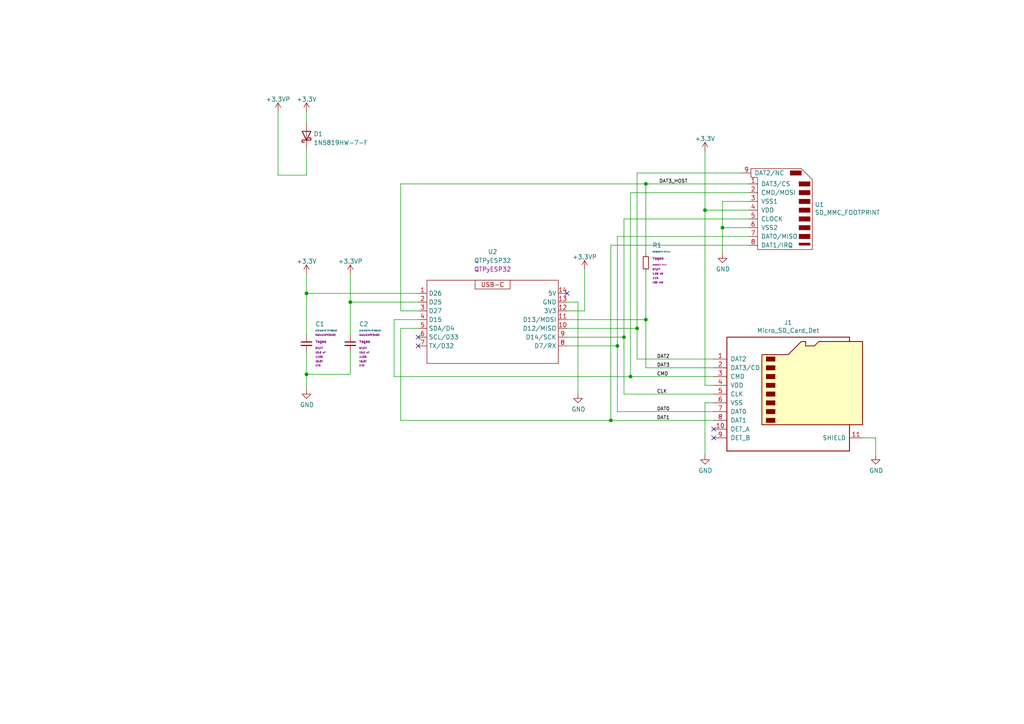
<source format=kicad_sch>
(kicad_sch (version 20211123) (generator eeschema)
  (paper "A4")
  (lib_symbols
    (symbol "Connector:Micro_SD_Card_Det" (pin_names (offset 1.016))
      (property "Reference" "J" (at -16.51 17.78 0))
      (property "Value" "Micro_SD_Card_Det" (at 16.51 17.78 0))
      (symbol "Micro_SD_Card_Det_0_1"
        (rectangle (start -7.62 -6.985) (end -5.08 -8.255) (fill (type outline)))
        (rectangle (start -7.62 -4.445) (end -5.08 -5.715) (fill (type outline)))
        (rectangle (start -7.62 -1.905) (end -5.08 -3.175) (fill (type outline)))
        (rectangle (start -7.62 0.635) (end -5.08 -0.635) (fill (type outline)))
        (rectangle (start -7.62 3.175) (end -5.08 1.905) (fill (type outline)))
        (rectangle (start -7.62 5.715) (end -5.08 4.445) (fill (type outline)))
        (rectangle (start -7.62 8.255) (end -5.08 6.985) (fill (type outline)))
        (rectangle (start -7.62 10.795) (end -5.08 9.525) (fill (type outline)))
        (polyline (pts (xy 16.51 15.24) (xy 16.51 16.51) (xy -19.05 16.51) (xy -19.05 -16.51) (xy 16.51 -16.51) (xy 16.51 -8.89)) (stroke (width 0.254)))
        (polyline (pts (xy -8.89 -8.89) (xy -8.89 11.43) (xy -1.27 11.43) (xy 2.54 15.24) (xy 3.81 15.24) (xy 3.81 13.97) (xy 6.35 13.97) (xy 7.62 15.24) (xy 20.32 15.24) (xy 20.32 -8.89) (xy -8.89 -8.89)) (stroke (width 0.254)) (fill (type background)))
      )
      (symbol "Micro_SD_Card_Det_1_1"
        (pin bidirectional line (at -22.86 10.16 0) (length 3.81) (name "DAT2") (number "1"))
        (pin passive line (at -22.86 -10.16 0) (length 3.81) (name "DET_A") (number "10"))
        (pin passive line (at 20.32 -12.7 180) (length 3.81) (name "SHIELD") (number "11"))
        (pin bidirectional line (at -22.86 7.62 0) (length 3.81) (name "DAT3/CD") (number "2"))
        (pin input line (at -22.86 5.08 0) (length 3.81) (name "CMD") (number "3"))
        (pin power_in line (at -22.86 2.54 0) (length 3.81) (name "VDD") (number "4"))
        (pin input line (at -22.86 0 0) (length 3.81) (name "CLK") (number "5"))
        (pin power_in line (at -22.86 -2.54 0) (length 3.81) (name "VSS") (number "6"))
        (pin bidirectional line (at -22.86 -5.08 0) (length 3.81) (name "DAT0") (number "7"))
        (pin bidirectional line (at -22.86 -7.62 0) (length 3.81) (name "DAT1") (number "8"))
        (pin passive line (at -22.86 -12.7 0) (length 3.81) (name "DET_B") (number "9"))
      )
    )
    (symbol "Diode:1N5818" (pin_numbers hide) (pin_names (offset 1.016) hide)
      (property "Reference" "D" (at 0 2.54 0))
      (property "Value" "1N5818" (at 0 -2.54 0))
      (symbol "1N5818_0_1"
        (polyline (pts (xy 1.27 0) (xy -1.27 0)))
        (polyline (pts (xy 1.27 1.27) (xy 1.27 -1.27) (xy -1.27 0) (xy 1.27 1.27)) (stroke (width 0.254)))
        (polyline (pts (xy -1.905 0.635) (xy -1.905 1.27) (xy -1.27 1.27) (xy -1.27 -1.27) (xy -0.635 -1.27) (xy -0.635 -0.635)) (stroke (width 0.254)))
      )
      (symbol "1N5818_1_1"
        (pin passive line (at -3.81 0 0) (length 2.54) (name "K") (number "1"))
        (pin passive line (at 3.81 0 180) (length 2.54) (name "A") (number "2"))
      )
    )
    (symbol "QTPyESP32_1"
      (property "Reference" "U" (at 19.05 12.7 0))
      (property "Value" "QTPyESP32_1" (at -19.05 12.7 0))
      (property "MPN" "QTPyESP32" (at 0 3.81 0))
      (symbol "QTPyESP32_1_0_0"
        (text "USB-C" (at 0 10.16 0) (effects (font (size 1.27 1.27))))
      )
      (symbol "QTPyESP32_1_0_1"
        (rectangle (start -19.05 11.43) (end 19.05 -12.7) (stroke (width 0.1524)))
        (rectangle (start -5.08 11.43) (end 5.08 8.89) (stroke (width 0.1524)))
      )
      (symbol "QTPyESP32_1_1_1"
        (pin bidirectional line (at -21.59 7.62 0) (length 2.54) (name "D26") (number "1"))
        (pin power_out line (at 21.59 -2.54 180) (length 2.54) (name "D12/MISO") (number "10"))
        (pin power_out line (at 21.59 0 180) (length 2.54) (name "D13/MOSI") (number "11"))
        (pin power_out line (at 21.59 2.54 180) (length 2.54) (name "3V3") (number "12"))
        (pin power_in line (at 21.59 5.08 180) (length 2.54) (name "GND") (number "13"))
        (pin power_in line (at 21.59 7.62 180) (length 2.54) (name "5V") (number "14"))
        (pin bidirectional line (at -21.59 5.08 0) (length 2.54) (name "D25") (number "2"))
        (pin bidirectional line (at -21.59 2.54 0) (length 2.54) (name "D27") (number "3"))
        (pin bidirectional line (at -21.59 0 0) (length 2.54) (name "D15") (number "4"))
        (pin bidirectional line (at -21.59 -2.54 0) (length 2.54) (name "SDA/D4") (number "5"))
        (pin bidirectional line (at -21.59 -5.08 0) (length 2.54) (name "SCL/D33") (number "6"))
        (pin bidirectional line (at -21.59 -7.62 0) (length 2.54) (name "TX/D32") (number "7"))
        (pin power_out line (at 21.59 -7.62 180) (length 2.54) (name "D7/RX") (number "8"))
        (pin power_out line (at 21.59 -5.08 180) (length 2.54) (name "D14/SCK") (number "9"))
      )
    )
    (symbol "cap_smd:CC0402KRX7R7BB103" (pin_numbers hide) (pin_names (offset 0.254) hide)
      (property "Reference" "C" (at 2.032 0.254 0))
      (property "Value" "CC0402KRX7R7BB103" (at 0.508 -1.27 0))
      (property "Footprint" "Main:CAPC0402" (at 3.556 2.032 0))
      (property "Manufacturer" "Yageo" (at -1.016 2.286 0))
      (property "SKU" "STUFF" (at -0.508 -2.286 0))
      (property "C" "10.0 nF" (at -1.016 1.27 0))
      (property "Tol" "±10%" (at -2.032 0.254 0))
      (property "Vmax" "16.0V" (at -2.286 -0.508 0))
      (property "Type" "X7R" (at -0.508 -1.27 0))
      (symbol "CC0402KRX7R7BB103_0_1"
        (polyline (pts (xy -1.524 -0.508) (xy 1.524 -0.508)) (stroke (width 0.3302)))
        (polyline (pts (xy -1.524 0.508) (xy 1.524 0.508)) (stroke (width 0.3048)))
      )
      (symbol "CC0402KRX7R7BB103_1_1"
        (pin passive line (at 0 2.54 270) (length 1.905) (name "~") (number "1"))
        (pin passive line (at 0 -2.54 90) (length 2.032) (name "~") (number "2"))
      )
    )
    (symbol "power:+3.3V" (power) (pin_names (offset 0))
      (property "Value" "+3.3V" (at 0 3.556 0))
      (symbol "+3.3V_0_1"
        (polyline (pts (xy -0.762 1.27) (xy 0 2.54)))
        (polyline (pts (xy 0 0) (xy 0 2.54)))
        (polyline (pts (xy 0 2.54) (xy 0.762 1.27)))
      )
      (symbol "+3.3V_1_1"
        (pin power_in line (at 0 0 90) (length 0) hide (name "+3.3V") (number "1"))
      )
    )
    (symbol "power:+3.3VP" (power) (pin_names (offset 0))
      (property "Value" "+3.3VP" (at 0 2.54 0))
      (symbol "+3.3VP_0_0"
        (pin power_in line (at 0 0 90) (length 0) hide (name "+3.3VP") (number "1"))
      )
      (symbol "+3.3VP_0_1"
        (polyline (pts (xy -0.762 1.27) (xy 0 2.54)))
        (polyline (pts (xy 0 0) (xy 0 2.54)))
        (polyline (pts (xy 0 2.54) (xy 0.762 1.27)))
      )
    )
    (symbol "power:GND" (power) (pin_names (offset 0))
      (property "Value" "GND" (at 0 -3.81 0))
      (symbol "GND_0_1"
        (polyline (pts (xy 0 0) (xy 0 -1.27) (xy 1.27 -1.27) (xy 0 -2.54) (xy -1.27 -1.27) (xy 0 -1.27)))
      )
      (symbol "GND_1_1"
        (pin power_in line (at 0 0 270) (length 0) hide (name "GND") (number "1"))
      )
    )
    (symbol "res_smd:RC0603FR-071KL" (pin_numbers hide) (pin_names (offset 0.254) hide)
      (property "Reference" "R" (at 0.762 0.508 0))
      (property "Value" "RC0603FR-071KL" (at 1.016 -1.016 0))
      (property "Manufacturer" "Yageo" (at -1.27 2.032 0))
      (property "MPN" "RC0603FR-071KL" (at -1.27 1.016 0))
      (property "SKU" "STUFF" (at -1.27 -2.286 0))
      (property "Res" "1.00 kΩ" (at -1.27 0.254 0))
      (property "Tol" "±1%" (at -1.27 -0.508 0))
      (property "Pwr" "100 mW" (at -1.27 -1.27 0))
      (symbol "RC0603FR-071KL_0_1"
        (rectangle (start -0.762 1.778) (end 0.762 -1.778) (stroke (width 0.2032)))
      )
      (symbol "RC0603FR-071KL_1_1"
        (pin passive line (at 0 2.54 270) (length 0.762) (name "~") (number "1"))
        (pin passive line (at 0 -2.54 90) (length 0.762) (name "~") (number "2"))
      )
    )
    (symbol "systems:SD_MMC_FOOTPRINT" (pin_names (offset 1.016))
      (property "Reference" "U" (at 11.43 -12.7 0))
      (property "Value" "SD_MMC_FOOTPRINT" (at 5.715 13.97 0))
      (symbol "SD_MMC_FOOTPRINT_0_1"
        (polyline (pts (xy -1.905 12.065) (xy -1.905 9.525) (xy 0 9.525) (xy 0 -11.43) (xy 15.875 -11.43) (xy 15.875 8.89) (xy 12.7 12.065) (xy -1.905 12.065)))
        (rectangle (start 9.525 11.43) (end 12.7 10.16) (fill (type outline)))
        (rectangle (start 12.065 -9.525) (end 15.24 -10.16) (fill (type outline)))
        (rectangle (start 12.065 -6.985) (end 15.24 -8.255) (fill (type outline)))
        (rectangle (start 12.065 -4.445) (end 15.24 -5.715) (fill (type outline)))
        (rectangle (start 12.065 -1.905) (end 15.24 -3.175) (fill (type outline)))
        (rectangle (start 12.065 0.635) (end 15.24 -0.635) (fill (type outline)))
        (rectangle (start 12.065 3.175) (end 15.24 1.905) (fill (type outline)))
        (rectangle (start 12.065 5.715) (end 15.24 4.445) (fill (type outline)))
        (rectangle (start 12.065 8.255) (end 15.24 6.985) (fill (type outline)))
      )
      (symbol "SD_MMC_FOOTPRINT_1_1"
        (pin bidirectional line (at -2.54 7.62 0) (length 2.54) (name "DAT3/CS") (number "1"))
        (pin input line (at -2.54 5.08 0) (length 2.54) (name "CMD/MOSI") (number "2"))
        (pin power_out line (at -2.54 2.54 0) (length 2.54) (name "VSS1") (number "3"))
        (pin power_out line (at -2.54 0 0) (length 2.54) (name "VDD") (number "4"))
        (pin output line (at -2.54 -2.54 0) (length 2.54) (name "CLOCK") (number "5"))
        (pin output line (at -2.54 -5.08 0) (length 2.54) (name "VSS2") (number "6"))
        (pin output line (at -2.54 -7.62 0) (length 2.54) (name "DAT0/MISO") (number "7"))
        (pin output line (at -2.54 -10.16 0) (length 2.54) (name "DAT1/IRQ") (number "8"))
        (pin output line (at -4.445 10.795 0) (length 2.54) (name "DAT2/NC") (number "9"))
      )
    )
  )
  (junction (at 182.88 109.22))
  (junction (at 179.07 100.33))
  (junction (at 187.325 92.71))
  (junction (at 88.9 85.09))
  (junction (at 101.6 87.63))
  (junction (at 187.325 53.34))
  (junction (at 204.47 60.96))
  (junction (at 180.975 97.79))
  (junction (at 209.55 66.04))
  (junction (at 88.9 108.585))
  (junction (at 177.165 121.92))
  (junction (at 184.785 95.25))
  (no_connect (at 207.01 127))
  (no_connect (at 121.285 100.33))
  (no_connect (at 121.285 97.79))
  (no_connect (at 207.01 124.46))
  (no_connect (at 164.465 85.09))
  (wire (pts (xy 204.47 116.84) (xy 207.01 116.84)))
  (wire (pts (xy 164.465 100.33) (xy 179.07 100.33)))
  (wire (pts (xy 88.9 32.385) (xy 88.9 35.56)))
  (wire (pts (xy 88.9 102.235) (xy 88.9 108.585)))
  (wire (pts (xy 184.785 50.165) (xy 215.265 50.165)))
  (wire (pts (xy 101.6 79.375) (xy 101.6 87.63)))
  (wire (pts (xy 180.975 63.5) (xy 180.975 97.79)))
  (wire (pts (xy 164.465 95.25) (xy 184.785 95.25)))
  (wire (pts (xy 217.17 68.58) (xy 179.07 68.58)))
  (wire (pts (xy 101.6 102.235) (xy 101.6 108.585)))
  (wire (pts (xy 116.205 90.17) (xy 116.205 53.34)))
  (wire (pts (xy 101.6 87.63) (xy 121.285 87.63)))
  (wire (pts (xy 114.3 109.22) (xy 182.88 109.22)))
  (wire (pts (xy 187.325 78.74) (xy 187.325 92.71)))
  (wire (pts (xy 180.975 114.3) (xy 207.01 114.3)))
  (wire (pts (xy 182.88 109.22) (xy 207.01 109.22)))
  (wire (pts (xy 182.88 55.88) (xy 182.88 109.22)))
  (wire (pts (xy 121.285 95.25) (xy 116.205 95.25)))
  (wire (pts (xy 217.17 60.96) (xy 204.47 60.96)))
  (wire (pts (xy 179.07 119.38) (xy 207.01 119.38)))
  (wire (pts (xy 177.165 121.92) (xy 207.01 121.92)))
  (wire (pts (xy 101.6 97.155) (xy 101.6 87.63)))
  (wire (pts (xy 184.785 95.25) (xy 184.785 50.165)))
  (wire (pts (xy 80.645 32.385) (xy 80.645 50.8)))
  (wire (pts (xy 177.165 71.12) (xy 177.165 121.92)))
  (wire (pts (xy 207.01 111.76) (xy 204.47 111.76)))
  (wire (pts (xy 121.285 90.17) (xy 116.205 90.17)))
  (wire (pts (xy 88.9 43.18) (xy 88.9 50.8)))
  (wire (pts (xy 88.9 108.585) (xy 88.9 113.03)))
  (wire (pts (xy 184.785 104.14) (xy 207.01 104.14)))
  (wire (pts (xy 204.47 111.76) (xy 204.47 60.96)))
  (wire (pts (xy 164.465 97.79) (xy 180.975 97.79)))
  (wire (pts (xy 167.64 114.3) (xy 167.64 87.63)))
  (wire (pts (xy 180.975 97.79) (xy 180.975 114.3)))
  (wire (pts (xy 167.64 87.63) (xy 164.465 87.63)))
  (wire (pts (xy 88.9 79.375) (xy 88.9 85.09)))
  (wire (pts (xy 169.545 90.17) (xy 164.465 90.17)))
  (wire (pts (xy 204.47 116.84) (xy 204.47 132.08)))
  (wire (pts (xy 116.205 53.34) (xy 187.325 53.34)))
  (wire (pts (xy 187.325 106.68) (xy 207.01 106.68)))
  (wire (pts (xy 179.07 68.58) (xy 179.07 100.33)))
  (wire (pts (xy 254 132.08) (xy 254 127)))
  (wire (pts (xy 164.465 92.71) (xy 187.325 92.71)))
  (wire (pts (xy 121.285 92.71) (xy 114.3 92.71)))
  (wire (pts (xy 187.325 53.34) (xy 217.17 53.34)))
  (wire (pts (xy 116.205 95.25) (xy 116.205 121.92)))
  (wire (pts (xy 217.17 71.12) (xy 177.165 71.12)))
  (wire (pts (xy 209.55 73.66) (xy 209.55 66.04)))
  (wire (pts (xy 88.9 97.155) (xy 88.9 85.09)))
  (wire (pts (xy 114.3 92.71) (xy 114.3 109.22)))
  (wire (pts (xy 204.47 60.96) (xy 204.47 43.815)))
  (wire (pts (xy 209.55 58.42) (xy 209.55 66.04)))
  (wire (pts (xy 88.9 85.09) (xy 121.285 85.09)))
  (wire (pts (xy 254 127) (xy 250.19 127)))
  (wire (pts (xy 217.17 58.42) (xy 209.55 58.42)))
  (wire (pts (xy 80.645 50.8) (xy 88.9 50.8)))
  (wire (pts (xy 217.17 63.5) (xy 180.975 63.5)))
  (wire (pts (xy 217.17 55.88) (xy 182.88 55.88)))
  (wire (pts (xy 169.545 78.105) (xy 169.545 90.17)))
  (wire (pts (xy 209.55 66.04) (xy 217.17 66.04)))
  (wire (pts (xy 187.325 73.66) (xy 187.325 53.34)))
  (wire (pts (xy 179.07 100.33) (xy 179.07 119.38)))
  (wire (pts (xy 101.6 108.585) (xy 88.9 108.585)))
  (wire (pts (xy 184.785 104.14) (xy 184.785 95.25)))
  (wire (pts (xy 116.205 121.92) (xy 177.165 121.92)))
  (wire (pts (xy 187.325 92.71) (xy 187.325 106.68)))
  (label "DAT3_HOST" (at 191.135 53.34 0) (effects (font (size 1 1))))
  (label "CLK" (at 190.5 114.3 0) (effects (font (size 1 1))))
  (label "DAT0" (at 190.5 119.38 0) (effects (font (size 1 1))))
  (label "DAT1" (at 190.5 121.92 0) (effects (font (size 1 1))))
  (label "DAT3" (at 190.5 106.68 0) (effects (font (size 1 1))))
  (label "CMD" (at 190.5 109.22 0) (effects (font (size 1 1))))
  (label "DAT2" (at 190.5 104.14 0) (effects (font (size 1 1))))
  (symbol (lib_id "systems:SD_MMC_FOOTPRINT") (at 219.71 60.96 0) (unit 1)
    (property "Reference" "U1" (at 236.2962 59.3344 0) (effects (justify left)))
    (property "Value" "SD_MMC_FOOTPRINT" (at 236.2962 61.6458 0) (effects (justify left)))
    (property "Footprint" "Main:SD_MMC_CARD" (effects hide))
  )
  (symbol (lib_id "Connector:Micro_SD_Card_Det") (at 229.87 114.3 0) (unit 1)
    (property "Reference" "J1" (at 228.6 93.5482 0))
    (property "Value" "Micro_SD_Card_Det" (at 228.6 95.8596 0))
    (property "Footprint" "Connector_Card:microSD_HC_Molex_104031-0811" (effects hide))
    (property "Datasheet" "https://www.hirose.com/product/en/download_file/key_name/DM3/category/Catalog/doc_file_id/49662/?file_category_id=4&item_id=195&is_series=1" (effects hide))
    (property "MPN" "C585350" (effects hide))
  )
  (symbol (lib_id "power:GND") (at 254 132.08 0) (unit 1)
    (property "Reference" "#PWR0101" (effects hide))
    (property "Value" "GND" (at 254.127 136.4742 0))
  )
  (symbol (lib_id "power:GND") (at 209.55 73.66 0) (unit 1)
    (property "Reference" "#PWR0102" (effects hide))
    (property "Value" "GND" (at 209.677 78.0542 0))
  )
  (symbol (lib_id "power:GND") (at 204.47 132.08 0) (unit 1)
    (property "Reference" "#PWR0103" (effects hide))
    (property "Value" "GND" (at 204.597 136.4742 0))
  )
  (symbol (lib_id "power:GND") (at 167.64 114.3 0) (unit 1)
    (property "Reference" "#PWR0107" (effects hide))
    (property "Value" "GND" (at 167.767 118.6942 0))
  )
  (symbol (lib_id "power:+3.3VP") (at 101.6 79.375 0) (unit 1)
    (property "Reference" "#PWR0104" (effects hide))
    (property "Value" "+3.3VP" (at 101.6 75.7992 0))
  )
  (symbol (lib_id "power:GND") (at 88.9 113.03 0) (unit 1)
    (property "Reference" "#PWR0106" (effects hide))
    (property "Value" "GND" (at 89.027 117.4242 0))
  )
  (symbol (lib_name "QTPyESP32_1") (lib_id "systems:QTPyESP32") (at 142.875 92.71 0) (unit 1)
    (property "Reference" "U2" (at 142.875 73.025 0))
    (property "Value" "QTPyESP32" (at 142.875 75.565 0))
    (property "Footprint" "Main:QTPyESP32" (effects hide))
    (property "MPN" "QTPyESP32" (at 142.875 78.105 0))
  )
  (symbol (lib_id "power:+3.3V") (at 88.9 79.375 0) (unit 1)
    (property "Reference" "#PWR0105" (effects hide))
    (property "Value" "+3.3V" (at 88.9 75.7992 0))
  )
  (symbol (lib_id "Diode:1N5818") (at 88.9 39.37 90) (unit 1)
    (property "Reference" "D1" (at 90.932 38.8528 90) (effects (justify right)))
    (property "Value" "1N5819HW-7-F" (at 90.932 41.3897 90) (effects (justify right)))
    (property "Footprint" "Diode_SMD:D_SOD-123" (effects hide))
    (property "MPN" "C82544" (effects hide))
  )
  (symbol (lib_id "power:+3.3VP") (at 169.545 78.105 0) (unit 1)
    (property "Reference" "#PWR0108" (effects hide))
    (property "Value" "+3.3VP" (at 169.545 74.5292 0))
  )
  (symbol (lib_id "power:+3.3V") (at 88.9 32.385 0) (unit 1)
    (property "Reference" "#PWR02" (effects hide))
    (property "Value" "+3.3V" (at 88.9 28.8092 0))
  )
  (symbol (lib_id "power:+3.3V") (at 204.47 43.815 0) (unit 1)
    (property "Reference" "#PWR07" (effects hide))
    (property "Value" "+3.3V" (at 204.47 40.2392 0))
  )
  (symbol (lib_id "cap_smd:CC0402KRX7R7BB103") (at 101.6 99.695 0) (unit 1)
    (property "Reference" "C2" (at 104.14 93.9862 0) (effects (justify left)))
    (property "Value" "CC0402KRX7R7BB103" (at 104.14 95.8913 0) (effects (font (size 0.381 0.381)) (justify left)))
    (property "Footprint" "Main:CAPC0402" (at 104.14 97.1612 0) (effects (font (size 0.508 0.508)) (justify left)))
    (property "Manufacturer" "Yageo" (at 104.14 99.0663 0) (effects (font (size 0.7112 0.7112)) (justify left)))
    (property "MPN" "CC0402KRX7R7BB103" (effects hide))
    (property "SKU" "STUFF" (at 104.14 100.9712 0) (effects (font (size 0.508 0.508)) (justify left)))
    (property "C" "10.0 nF" (at 104.14 102.2412 0) (effects (font (size 0.508 0.508)) (justify left)))
    (property "Tol" "±10%" (at 104.14 103.5112 0) (effects (font (size 0.508 0.508)) (justify left)))
    (property "Vmax" "16.0V" (at 104.14 104.7812 0) (effects (font (size 0.508 0.508)) (justify left)))
    (property "Type" "X7R" (at 104.14 106.0512 0) (effects (font (size 0.508 0.508)) (justify left)))
  )
  (symbol (lib_id "res_smd:RC0603FR-071KL") (at 187.325 76.2 0) (unit 1)
    (property "Reference" "R1" (at 189.23 71.1199 0) (effects (justify left)))
    (property "Value" "RC0603FR-071KL" (at 189.23 73.025 0) (effects (font (size 0.381 0.381)) (justify left)))
    (property "Footprint" "Main:RESC0603" (effects hide))
    (property "Manufacturer" "Yageo" (at 189.23 74.93 0) (effects (font (size 0.7112 0.7112)) (justify left)))
    (property "MPN" "RC0603FR-071KL" (at 189.23 76.8349 0) (effects (font (size 0.3048 0.3048)) (justify left)))
    (property "SKU" "STUFF" (at 189.23 78.1049 0) (effects (font (size 0.508 0.508)) (justify left)))
    (property "Res" "1.00 kΩ" (at 189.23 79.3749 0) (effects (font (size 0.508 0.508)) (justify left)))
    (property "Tol" "±1%" (at 189.23 80.6449 0) (effects (font (size 0.508 0.508)) (justify left)))
    (property "Pwr" "100 mW" (at 189.23 81.9149 0) (effects (font (size 0.508 0.508)) (justify left)))
  )
  (symbol (lib_id "cap_smd:CC0402KRX7R7BB103") (at 88.9 99.695 0) (unit 1)
    (property "Reference" "C1" (at 91.44 93.9862 0) (effects (justify left)))
    (property "Value" "CC0402KRX7R7BB103" (at 91.44 95.8913 0) (effects (font (size 0.381 0.381)) (justify left)))
    (property "Footprint" "Main:CAPC0402" (at 91.44 97.1612 0) (effects (font (size 0.508 0.508)) (justify left)))
    (property "Manufacturer" "Yageo" (at 91.44 99.0663 0) (effects (font (size 0.7112 0.7112)) (justify left)))
    (property "MPN" "CC0402KRX7R7BB103" (effects hide))
    (property "SKU" "STUFF" (at 91.44 100.9712 0) (effects (font (size 0.508 0.508)) (justify left)))
    (property "C" "10.0 nF" (at 91.44 102.2412 0) (effects (font (size 0.508 0.508)) (justify left)))
    (property "Tol" "±10%" (at 91.44 103.5112 0) (effects (font (size 0.508 0.508)) (justify left)))
    (property "Vmax" "16.0V" (at 91.44 104.7812 0) (effects (font (size 0.508 0.508)) (justify left)))
    (property "Type" "X7R" (at 91.44 106.0512 0) (effects (font (size 0.508 0.508)) (justify left)))
  )
  (symbol (lib_id "power:+3.3VP") (at 80.645 32.385 0) (unit 1)
    (property "Reference" "#PWR01" (effects hide))
    (property "Value" "+3.3VP" (at 80.645 28.8092 0))
  )
)
</source>
